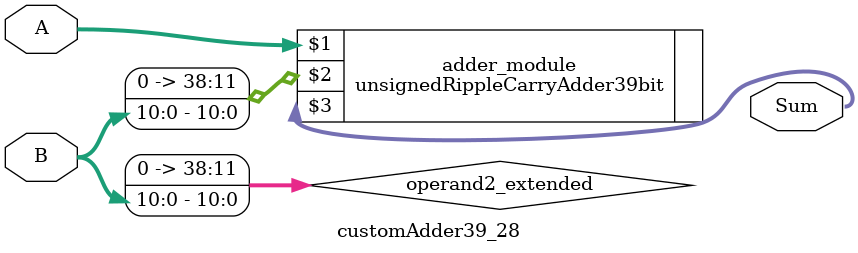
<source format=v>
module customAdder39_28(
                        input [38 : 0] A,
                        input [10 : 0] B,
                        
                        output [39 : 0] Sum
                );

        wire [38 : 0] operand2_extended;
        
        assign operand2_extended =  {28'b0, B};
        
        unsignedRippleCarryAdder39bit adder_module(
            A,
            operand2_extended,
            Sum
        );
        
        endmodule
        
</source>
